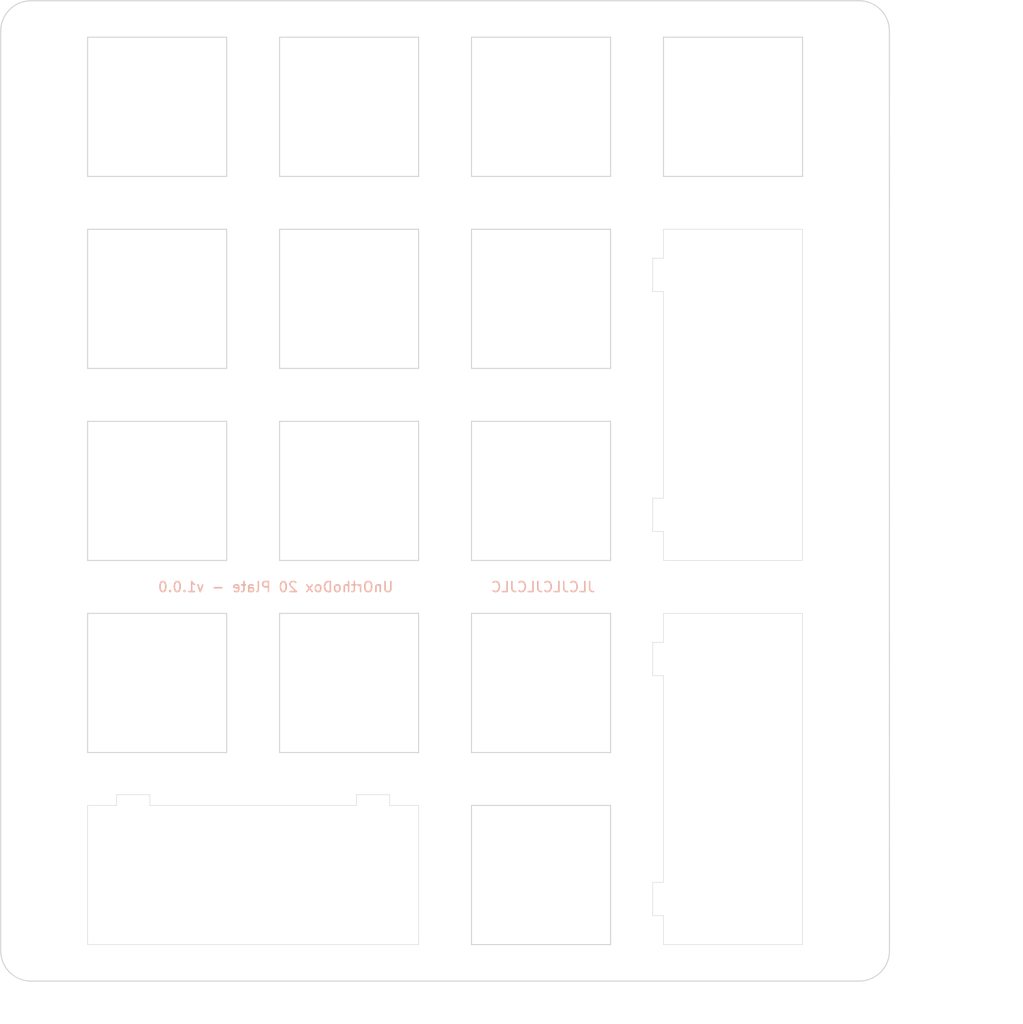
<source format=kicad_pcb>
(kicad_pcb (version 20211014) (generator pcbnew)
  (title_block (title "UnOrhtoDox 20 Plate") (date "2023-04-15") (rev "v1.0.0") (company "Tweety's Wild Thinking") (comment 1 "Markus Knutsson <markus.knutsson@tweety.se>") (comment 2 "https://github.com/TweetyDaBird") (comment 3 "Licensed under Creative Commons BY-SA 4.0 International "))
  (layers (0 "F.Cu" signal) (31 "B.Cu" signal) (34 "B.Paste" user) (35 "F.Paste" user) (36 "B.SilkS" user "B.Silkscreen") (37 "F.SilkS" user "F.Silkscreen") (38 "B.Mask" user) (39 "F.Mask" user) (44 "Edge.Cuts" user))
  (net 0 "")
  (footprint "Keyboard_Plate:SW_MX_Plate_Placeholder_nodrill_NOBORDER" (layer "F.Cu") (at 157.89 99.81)
    (fp_text reference "SW15" hide)
    (fp_text value "SW_MX_HotSwap" hide)
    (fp_line (start 6.9 -6.9) (end -6.9 -6.9) (layer "Edge.Cuts") (width 0.1))
    (fp_line (start -6.9 -6.9) (end -6.9 6.9) (layer "Edge.Cuts") (width 0.1))
    (fp_line (start -6.9 6.9) (end 6.9 6.9) (layer "Edge.Cuts") (width 0.1))
    (fp_line (start 6.9 6.9) (end 6.9 -6.9) (layer "Edge.Cuts") (width 0.1))
  )
  (footprint "Keyboard_Plate:SW_MX_Plate_Placeholder_nodrill_NOBORDER" (layer "F.Cu") (at 138.84 42.66)
    (fp_text reference "SW2" hide)
    (fp_text value "SW_MX_HotSwap" hide)
    (fp_line (start -6.9 6.9) (end 6.9 6.9) (layer "Edge.Cuts") (width 0.1))
    (fp_line (start -6.9 -6.9) (end -6.9 6.9) (layer "Edge.Cuts") (width 0.1))
    (fp_line (start 6.9 6.9) (end 6.9 -6.9) (layer "Edge.Cuts") (width 0.1))
    (fp_line (start 6.9 -6.9) (end -6.9 -6.9) (layer "Edge.Cuts") (width 0.1))
  )
  (footprint "Keyboard_Plate:Spacer Plate hole" (layer "F.Cu") (at 107.265 126.385)
    (fp_text reference "H2" hide)
    (fp_text value "Spacer_PCB" hide)
    (pad "" np_thru_hole circle (at 0 0) (size 2.5 2.5) (drill 2.5) (layers *.Cu *.Mask))
  )
  (footprint "Keyboard_Plate:Spacer Plate hole" (layer "F.Cu") (at 189.465 126.385)
    (fp_text reference "H4" hide)
    (fp_text value "Spacer_PCB" hide)
    (pad "" np_thru_hole circle (at 0 0) (size 2.5 2.5) (drill 2.5) (layers *.Cu *.Mask))
  )
  (footprint "Keyboard_Plate:SW_MX_Plate_Placeholder_nodrill_NOBORDER" (layer "F.Cu") (at 119.79 61.71)
    (fp_text reference "SW5" hide)
    (fp_text value "SW_MX_HotSwap" hide)
    (fp_line (start -6.9 -6.9) (end -6.9 6.9) (layer "Edge.Cuts") (width 0.1))
    (fp_line (start 6.9 -6.9) (end -6.9 -6.9) (layer "Edge.Cuts") (width 0.1))
    (fp_line (start -6.9 6.9) (end 6.9 6.9) (layer "Edge.Cuts") (width 0.1))
    (fp_line (start 6.9 6.9) (end 6.9 -6.9) (layer "Edge.Cuts") (width 0.1))
  )
  (footprint "Keyboard_Plate:SW_MX_Plate_Placeholder_nodrill_NOBORDER" (layer "F.Cu") (at 176.94 42.66)
    (fp_text reference "SW4" hide)
    (fp_text value "SW_MX_HotSwap" hide)
    (fp_line (start -6.9 6.9) (end 6.9 6.9) (layer "Edge.Cuts") (width 0.1))
    (fp_line (start 6.9 -6.9) (end -6.9 -6.9) (layer "Edge.Cuts") (width 0.1))
    (fp_line (start -6.9 -6.9) (end -6.9 6.9) (layer "Edge.Cuts") (width 0.1))
    (fp_line (start 6.9 6.9) (end 6.9 -6.9) (layer "Edge.Cuts") (width 0.1))
  )
  (footprint "Keyboard_Plate:SW_MX_Plate_Placeholder_nodrill_NOBORDER" (layer "F.Cu") (at 157.89 118.86)
    (fp_text reference "SW19" hide)
    (fp_text value "SW_MX_HotSwap" hide)
    (fp_line (start 6.9 6.9) (end 6.9 -6.9) (layer "Edge.Cuts") (width 0.1))
    (fp_line (start -6.9 6.9) (end 6.9 6.9) (layer "Edge.Cuts") (width 0.1))
    (fp_line (start 6.9 -6.9) (end -6.9 -6.9) (layer "Edge.Cuts") (width 0.1))
    (fp_line (start -6.9 -6.9) (end -6.9 6.9) (layer "Edge.Cuts") (width 0.1))
  )
  (footprint "Keyboard_Plate:SW_MX_Plate_Placeholder_nodrill_NOBORDER" (layer "F.Cu") (at 138.84 99.81)
    (fp_text reference "SW14" hide)
    (fp_text value "SW_MX_HotSwap" hide)
    (fp_line (start 6.9 -6.9) (end -6.9 -6.9) (layer "Edge.Cuts") (width 0.1))
    (fp_line (start -6.9 6.9) (end 6.9 6.9) (layer "Edge.Cuts") (width 0.1))
    (fp_line (start 6.9 6.9) (end 6.9 -6.9) (layer "Edge.Cuts") (width 0.1))
    (fp_line (start -6.9 -6.9) (end -6.9 6.9) (layer "Edge.Cuts") (width 0.1))
  )
  (footprint "Keyboard_Plate:SW_MX_Plate_Placeholder_nodrill_NOBORDER" (layer "F.Cu") (at 138.84 80.76)
    (fp_text reference "SW10" hide)
    (fp_text value "SW_MX_HotSwap" hide)
    (fp_line (start 6.9 6.9) (end 6.9 -6.9) (layer "Edge.Cuts") (width 0.1))
    (fp_line (start -6.9 6.9) (end 6.9 6.9) (layer "Edge.Cuts") (width 0.1))
    (fp_line (start -6.9 -6.9) (end -6.9 6.9) (layer "Edge.Cuts") (width 0.1))
    (fp_line (start 6.9 -6.9) (end -6.9 -6.9) (layer "Edge.Cuts") (width 0.1))
  )
  (footprint "Keyboard_Plate:SW_MX_Plate_Placeholder_nodrill_NOBORDER" (layer "F.Cu") (at 119.79 80.76)
    (fp_text reference "SW9" hide)
    (fp_text value "SW_MX_HotSwap" hide)
    (fp_line (start 6.9 -6.9) (end -6.9 -6.9) (layer "Edge.Cuts") (width 0.1))
    (fp_line (start 6.9 6.9) (end 6.9 -6.9) (layer "Edge.Cuts") (width 0.1))
    (fp_line (start -6.9 -6.9) (end -6.9 6.9) (layer "Edge.Cuts") (width 0.1))
    (fp_line (start -6.9 6.9) (end 6.9 6.9) (layer "Edge.Cuts") (width 0.1))
  )
  (footprint "Keyboard_Plate:Spacer Plate hole" (layer "F.Cu") (at 189.465 35.135)
    (fp_text reference "H3" hide)
    (fp_text value "Spacer_PCB" hide)
    (pad "" np_thru_hole circle (at 0 0) (size 2.5 2.5) (drill 2.5) (layers *.Cu *.Mask))
  )
  (footprint "Keyboard_Plate:Stabilizer_Cherry_MX_2.00u_PLate_1_2" (layer "F.Cu") (at 129.315 118.86 180)
    (fp_text reference "ST1" hide)
    (fp_text value "Stabilizer_2u_MX")
    (fp_line (start -10.25 7.97) (end -13.55 7.97) (layer "Edge.Cuts") (width 0.05))
    (fp_line (start -13.55 7.97) (end -13.55 6.9) (layer "Edge.Cuts") (width 0.05))
    (fp_line (start 16.425 -6.9) (end 16.425 6.9) (layer "Edge.Cuts") (width 0.05))
    (fp_line (start 10.25 7.97) (end 10.25 6.9) (layer "Edge.Cuts") (width 0.05))
    (fp_line (start 13.55 7.97) (end 13.55 6.9) (layer "Edge.Cuts") (width 0.05))
    (fp_line (start -10.25 6.9) (end 10.25 6.9) (layer "Edge.Cuts") (width 0.05))
    (fp_line (start 10.25 7.97) (end 13.55 7.97) (layer "Edge.Cuts") (width 0.05))
    (fp_line (start -16.425 -6.9) (end -16.425 6.9) (layer "Edge.Cuts") (width 0.05))
    (fp_line (start -10.25 7.97) (end -10.25 6.9) (layer "Edge.Cuts") (width 0.05))
    (fp_line (start -16.425 -6.9) (end 16.425 -6.9) (layer "Edge.Cuts") (width 0.05))
    (fp_line (start -13.55 6.9) (end -16.425 6.9) (layer "Edge.Cuts") (width 0.05))
    (fp_line (start 13.55 6.9) (end 16.425 6.9) (layer "Edge.Cuts") (width 0.05))
  )
  (footprint "Keyboard_Plate:SW_MX_Plate_Placeholder_nodrill_NOBORDER" (layer "F.Cu") (at 119.79 42.66)
    (fp_text reference "SW1" hide)
    (fp_text value "SW_MX_HotSwap" hide)
    (fp_line (start 6.9 6.9) (end 6.9 -6.9) (layer "Edge.Cuts") (width 0.1))
    (fp_line (start -6.9 -6.9) (end -6.9 6.9) (layer "Edge.Cuts") (width 0.1))
    (fp_line (start -6.9 6.9) (end 6.9 6.9) (layer "Edge.Cuts") (width 0.1))
    (fp_line (start 6.9 -6.9) (end -6.9 -6.9) (layer "Edge.Cuts") (width 0.1))
  )
  (footprint "Keyboard_Plate:Spacer Plate hole" (layer "F.Cu") (at 107.27 35.14 90)
    (fp_text reference "H1" hide)
    (fp_text value "Spacer_PCB" hide)
    (pad "" np_thru_hole circle (at 0 0 90) (size 2.5 2.5) (drill 2.5) (layers *.Cu *.Mask))
  )
  (footprint "Keyboard_Plate:Stabilizer_Cherry_MX_2.00u_PLate_1_2" (layer "F.Cu") (at 176.94 71.235 -90)
    (fp_text reference "ST2" hide)
    (fp_text value "Stabilizer_2u_MX")
    (fp_line (start -13.55 7.97) (end -13.55 6.9) (layer "Edge.Cuts") (width 0.05))
    (fp_line (start -16.425 -6.9) (end -16.425 6.9) (layer "Edge.Cuts") (width 0.05))
    (fp_line (start -13.55 6.9) (end -16.425 6.9) (layer "Edge.Cuts") (width 0.05))
    (fp_line (start 13.55 6.9) (end 16.425 6.9) (layer "Edge.Cuts") (width 0.05))
    (fp_line (start -10.25 6.9) (end 10.25 6.9) (layer "Edge.Cuts") (width 0.05))
    (fp_line (start 16.425 -6.9) (end 16.425 6.9) (layer "Edge.Cuts") (width 0.05))
    (fp_line (start 10.25 7.97) (end 10.25 6.9) (layer "Edge.Cuts") (width 0.05))
    (fp_line (start 10.25 7.97) (end 13.55 7.97) (layer "Edge.Cuts") (width 0.05))
    (fp_line (start -10.25 7.97) (end -10.25 6.9) (layer "Edge.Cuts") (width 0.05))
    (fp_line (start -10.25 7.97) (end -13.55 7.97) (layer "Edge.Cuts") (width 0.05))
    (fp_line (start -16.425 -6.9) (end 16.425 -6.9) (layer "Edge.Cuts") (width 0.05))
    (fp_line (start 13.55 7.97) (end 13.55 6.9) (layer "Edge.Cuts") (width 0.05))
  )
  (footprint "Keyboard_Plate:Stabilizer_Cherry_MX_2.00u_PLate_1_2" (layer "F.Cu") (at 176.94 109.335 -90)
    (fp_text reference "ST3" hide)
    (fp_text value "Stabilizer_2u_MX")
    (fp_line (start -10.25 7.97) (end -13.55 7.97) (layer "Edge.Cuts") (width 0.05))
    (fp_line (start -13.55 6.9) (end -16.425 6.9) (layer "Edge.Cuts") (width 0.05))
    (fp_line (start 13.55 6.9) (end 16.425 6.9) (layer "Edge.Cuts") (width 0.05))
    (fp_line (start -10.25 6.9) (end 10.25 6.9) (layer "Edge.Cuts") (width 0.05))
    (fp_line (start -16.425 -6.9) (end 16.425 -6.9) (layer "Edge.Cuts") (width 0.05))
    (fp_line (start 10.25 7.97) (end 13.55 7.97) (layer "Edge.Cuts") (width 0.05))
    (fp_line (start -13.55 7.97) (end -13.55 6.9) (layer "Edge.Cuts") (width 0.05))
    (fp_line (start 16.425 -6.9) (end 16.425 6.9) (layer "Edge.Cuts") (width 0.05))
    (fp_line (start -10.25 7.97) (end -10.25 6.9) (layer "Edge.Cuts") (width 0.05))
    (fp_line (start 13.55 7.97) (end 13.55 6.9) (layer "Edge.Cuts") (width 0.05))
    (fp_line (start 10.25 7.97) (end 10.25 6.9) (layer "Edge.Cuts") (width 0.05))
    (fp_line (start -16.425 -6.9) (end -16.425 6.9) (layer "Edge.Cuts") (width 0.05))
  )
  (footprint "Keyboard_Plate:SW_MX_Plate_Placeholder_nodrill_NOBORDER" (layer "F.Cu") (at 138.84 61.71)
    (fp_text reference "SW6" hide)
    (fp_text value "SW_MX_HotSwap" hide)
    (fp_line (start 6.9 6.9) (end 6.9 -6.9) (layer "Edge.Cuts") (width 0.1))
    (fp_line (start 6.9 -6.9) (end -6.9 -6.9) (layer "Edge.Cuts") (width 0.1))
    (fp_line (start -6.9 6.9) (end 6.9 6.9) (layer "Edge.Cuts") (width 0.1))
    (fp_line (start -6.9 -6.9) (end -6.9 6.9) (layer "Edge.Cuts") (width 0.1))
  )
  (footprint "Keyboard_Plate:SW_MX_Plate_Placeholder_nodrill_NOBORDER" (layer "F.Cu") (at 157.89 42.66)
    (fp_text reference "SW3" hide)
    (fp_text value "SW_MX_HotSwap" hide)
    (fp_line (start 6.9 6.9) (end 6.9 -6.9) (layer "Edge.Cuts") (width 0.1))
    (fp_line (start -6.9 -6.9) (end -6.9 6.9) (layer "Edge.Cuts") (width 0.1))
    (fp_line (start -6.9 6.9) (end 6.9 6.9) (layer "Edge.Cuts") (width 0.1))
    (fp_line (start 6.9 -6.9) (end -6.9 -6.9) (layer "Edge.Cuts") (width 0.1))
  )
  (footprint "Keyboard_Plate:SW_MX_Plate_Placeholder_nodrill_NOBORDER" (layer "F.Cu") (at 119.79 99.81)
    (fp_text reference "SW13" hide)
    (fp_text value "SW_MX_HotSwap" hide)
    (fp_line (start -6.9 -6.9) (end -6.9 6.9) (layer "Edge.Cuts") (width 0.1))
    (fp_line (start 6.9 -6.9) (end -6.9 -6.9) (layer "Edge.Cuts") (width 0.1))
    (fp_line (start -6.9 6.9) (end 6.9 6.9) (layer "Edge.Cuts") (width 0.1))
    (fp_line (start 6.9 6.9) (end 6.9 -6.9) (layer "Edge.Cuts") (width 0.1))
  )
  (footprint "Keyboard_Plate:SW_MX_Plate_Placeholder_nodrill_NOBORDER" (layer "F.Cu") (at 157.89 80.76)
    (fp_text reference "SW11" hide)
    (fp_text value "SW_MX_HotSwap" hide)
    (fp_line (start -6.9 -6.9) (end -6.9 6.9) (layer "Edge.Cuts") (width 0.1))
    (fp_line (start -6.9 6.9) (end 6.9 6.9) (layer "Edge.Cuts") (width 0.1))
    (fp_line (start 6.9 6.9) (end 6.9 -6.9) (layer "Edge.Cuts") (width 0.1))
    (fp_line (start 6.9 -6.9) (end -6.9 -6.9) (layer "Edge.Cuts") (width 0.1))
  )
  (footprint "Keyboard_Plate:SW_MX_Plate_Placeholder_nodrill_NOBORDER" (layer "F.Cu") (at 157.89 61.71)
    (fp_text reference "SW7" hide)
    (fp_text value "SW_MX_HotSwap" hide)
    (fp_line (start 6.9 -6.9) (end -6.9 -6.9) (layer "Edge.Cuts") (width 0.1))
    (fp_line (start -6.9 6.9) (end 6.9 6.9) (layer "Edge.Cuts") (width 0.1))
    (fp_line (start 6.9 6.9) (end 6.9 -6.9) (layer "Edge.Cuts") (width 0.1))
    (fp_line (start -6.9 -6.9) (end -6.9 6.9) (layer "Edge.Cuts") (width 0.1))
  )
  (gr_arc (start 192.465 126.38) (mid 191.58632 128.50132) (end 189.465 129.38) (layer "Edge.Cuts") (width 0.1))
  (gr_line (start 192.465 126.38) (end 192.46 35.14) (layer "Edge.Cuts") (width 0.1))
  (gr_line (start 189.465 129.38) (end 107.27 129.38) (layer "Edge.Cuts") (width 0.1))
  (gr_line (start 107.27 32.14) (end 189.46 32.14) (layer "Edge.Cuts") (width 0.1))
  (gr_arc (start 104.27 35.14) (mid 105.14868 33.01868) (end 107.27 32.14) (layer "Edge.Cuts") (width 0.1))
  (gr_line (start 104.27 35.14) (end 104.27 126.38) (layer "Edge.Cuts") (width 0.1))
  (gr_arc (start 107.27 129.38) (mid 105.14868 128.50132) (end 104.27 126.38) (layer "Edge.Cuts") (width 0.1))
  (gr_arc (start 189.46 32.14) (mid 191.58132 33.01868) (end 192.46 35.14) (layer "Edge.Cuts") (width 0.1))
  (gr_text "JLCJLCJLCJLC" (at 158.09 90.29) (layer "B.SilkS") (effects (font (size 1 1)) (justify mirror)))
  (gr_text "UnOrthoDox 20 Plate - v1.0.0" (at 131.55 90.29) (layer "B.SilkS") (effects (font (size 1 1)) (justify mirror)))
)
</source>
